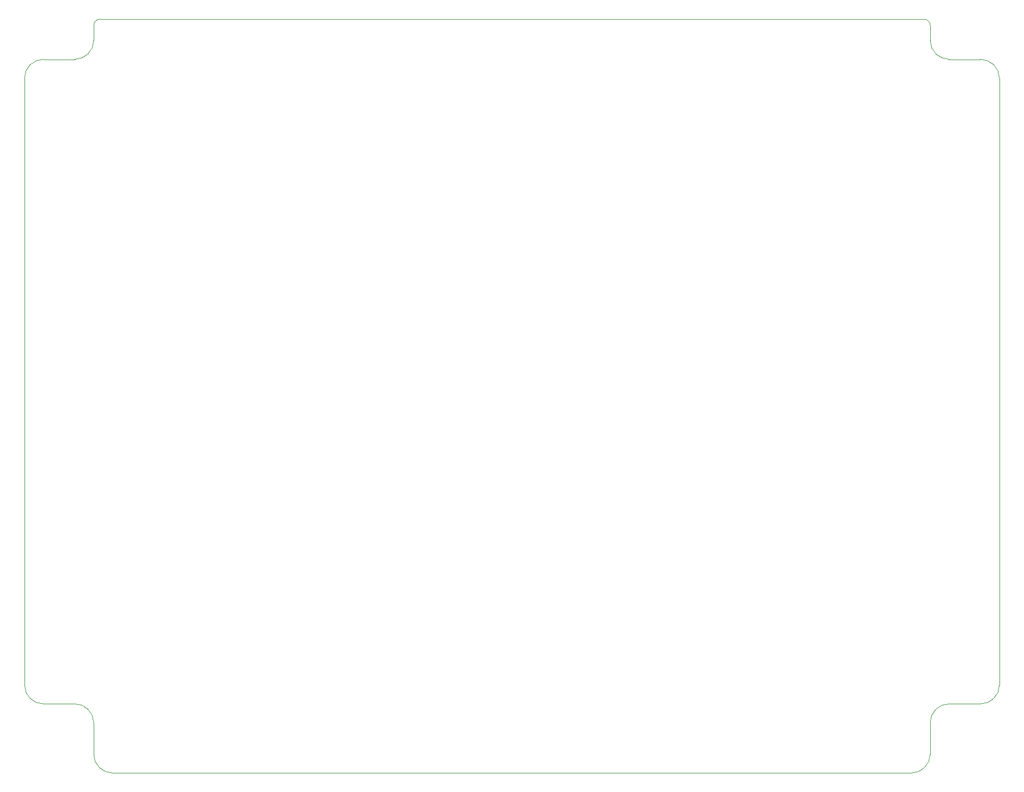
<source format=gbr>
%TF.GenerationSoftware,KiCad,Pcbnew,7.0.7*%
%TF.CreationDate,2024-09-30T22:56:21+02:00*%
%TF.ProjectId,SSRP4EFE,53535250-3445-4464-952e-6b696361645f,rev?*%
%TF.SameCoordinates,Original*%
%TF.FileFunction,Profile,NP*%
%FSLAX46Y46*%
G04 Gerber Fmt 4.6, Leading zero omitted, Abs format (unit mm)*
G04 Created by KiCad (PCBNEW 7.0.7) date 2024-09-30 22:56:21*
%MOMM*%
%LPD*%
G01*
G04 APERTURE LIST*
%TA.AperFunction,Profile*%
%ADD10C,0.050000*%
%TD*%
G04 APERTURE END LIST*
D10*
X79728680Y-143528680D02*
X74728680Y-143528680D01*
X218728680Y-143528680D02*
G75*
G03*
X215728680Y-146528680I20J-3000020D01*
G01*
X82728620Y-146528680D02*
G75*
G03*
X79728680Y-143528680I-2999920J80D01*
G01*
X212728680Y-154528680D02*
X85728680Y-154528680D01*
X74728680Y-40928680D02*
X79728680Y-40928680D01*
X215728620Y-35528680D02*
G75*
G03*
X214728680Y-34528680I-999920J80D01*
G01*
X74728680Y-40928680D02*
G75*
G03*
X71728680Y-43928680I20J-3000020D01*
G01*
X79728680Y-40928680D02*
G75*
G03*
X82728680Y-37928680I20J2999980D01*
G01*
X215728680Y-146528680D02*
X215728680Y-151528680D01*
X212728680Y-154528680D02*
G75*
G03*
X215728680Y-151528680I20J2999980D01*
G01*
X71728620Y-140528680D02*
G75*
G03*
X74728680Y-143528680I3000080J80D01*
G01*
X218728680Y-40928680D02*
X223728680Y-40928680D01*
X226728620Y-43928680D02*
G75*
G03*
X223728680Y-40928680I-2999920J80D01*
G01*
X83728680Y-34528680D02*
X214728680Y-34528680D01*
X215728680Y-35528680D02*
X215728680Y-37928680D01*
X82728680Y-151528680D02*
X82728680Y-146528680D01*
X82728680Y-37928680D02*
X82728680Y-35528680D01*
X215728620Y-37928680D02*
G75*
G03*
X218728680Y-40928680I3000080J80D01*
G01*
X83728680Y-34528680D02*
G75*
G03*
X82728680Y-35528680I20J-1000020D01*
G01*
X223728680Y-143528680D02*
G75*
G03*
X226728680Y-140528680I20J2999980D01*
G01*
X226728680Y-43928680D02*
X226728680Y-140528680D01*
X71728680Y-140528680D02*
X71728680Y-43928680D01*
X223728680Y-143528680D02*
X218728680Y-143528680D01*
X82728620Y-151528680D02*
G75*
G03*
X85728680Y-154528680I3000080J80D01*
G01*
M02*

</source>
